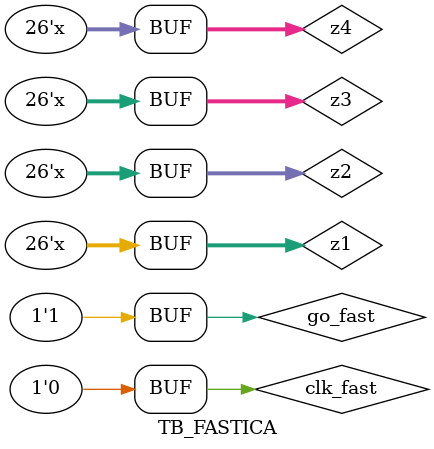
<source format=v>
`timescale 100ps/1ps

module TB_FASTICA;
    reg clk_fast;
    reg go_fast;

    reg signed [25:0] z1, z2, z3, z4;

    wire signed [25:0] w11_in, w12_in, w13_in, w14_in;
    wire signed [25:0] w21_in, w22_in, w23_in, w24_in;
    wire signed [25:0] w31_in, w32_in, w33_in, w34_in;
    wire signed [25:0] w41_in, w42_in, w43_in, w44_in;

    wire fast_busy;
    wire signed [25:0] w11_out, w12_out, w13_out, w14_out;
    wire signed [25:0] w21_out, w22_out, w23_out, w24_out;
    wire signed [25:0] w31_out, w32_out, w33_out, w34_out;
    wire signed [25:0] w41_out, w42_out, w43_out, w44_out;

   FASTICA ONE_UNIT_FASTICA (
        .clk_fast(clk_fast),
        .go_fast(go_fast),

        .z1(z1), .z2(z2), .z3(z3), .z4(z4),

        .w11_in(w11_in), .w12_in(w12_in), .w13_in(w13_in), .w14_in(w14_in),
        .w21_in(w21_in), .w22_in(w22_in), .w23_in(w23_in), .w24_in(w24_in),
        .w31_in(w31_in), .w32_in(w32_in), .w33_in(w33_in), .w34_in(w34_in),
        .w41_in(w41_in), .w42_in(w42_in), .w43_in(w43_in), .w44_in(w44_in),

        .fast_busy(fast_busy),

        .w11_out(w11_out), .w12_out(w12_out), .w13_out(w13_out), .w14_out(w14_out),
        .w21_out(w21_out), .w22_out(w22_out), .w23_out(w23_out), .w24_out(w24_out),
        .w31_out(w31_out), .w32_out(w32_out), .w33_out(w33_out), .w34_out(w34_out),
        .w41_out(w41_out), .w42_out(w42_out), .w43_out(w43_out), .w44_out(w44_out)
   );

   reg signed [3:0] clk_cnt;
   reg ascent;

   initial begin
       clk_fast = 1'b0;
       go_fast = 1'b0;
       z1 = 26'd0;
       z2 = 26'd0;
       z3 = 26'd0;
       z4 = 26'd0;

       ascent = 1'b1;

       clk_cnt = 4'd0;

       #10 go_fast = 1'b1;
   end
   
   assign #10 clk_fast = ~clk_fast;

   always @(posedge clk_fast) begin
        if (ascent) begin
           clk_cnt <= clk_cnt + 1;
       end else begin
           clk_cnt <= clk_cnt - 1;
       end
   end

   always @(*) begin
       if (clk_cnt == 4) begin
           ascent = 1'b0;
       end else if(clk_cnt == -4) begin
           ascent = 1'b1;
       end

       if (ascent) begin
           z1 = z1 + 26'd8200;
           z2 = z2 - 26'd8200;
           z3 = z3 + 26'd8200;
           z4 = z4 - 26'd8200;
       end else begin
           z1 = z1 - 26'd8200;
           z2 = z2 + 26'd8200;
           z3 = z3 - 26'd8200;
           z4 = z4 + 26'd8200;
       end
   end

endmodule
</source>
